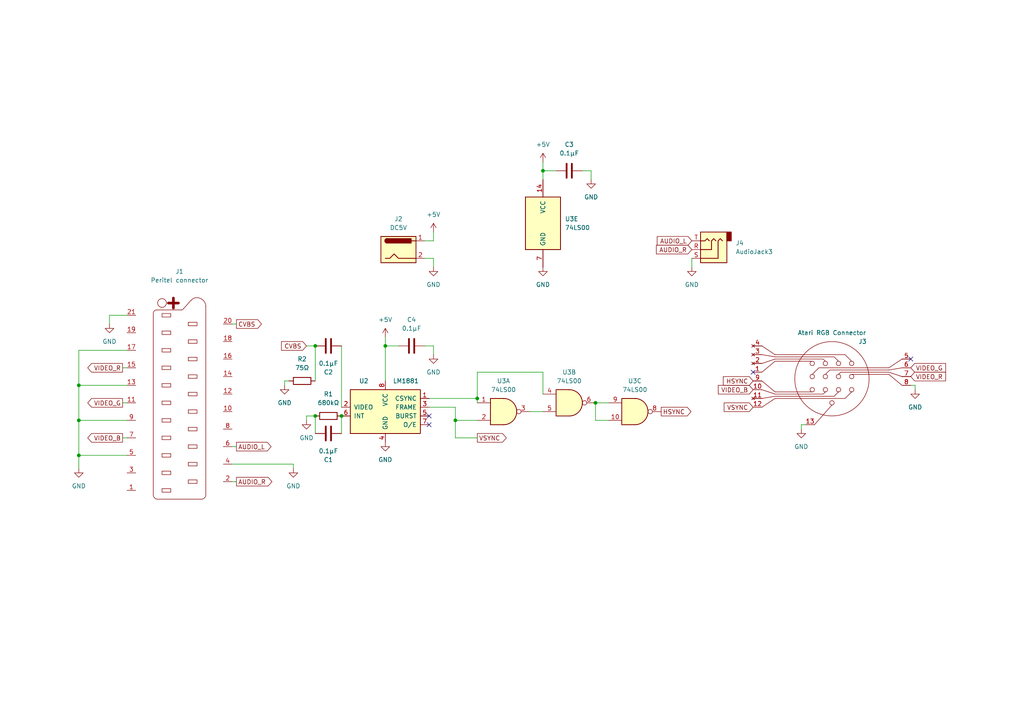
<source format=kicad_sch>
(kicad_sch (version 20230121) (generator eeschema)
  (paper "A4")
  (lib_symbols
    (symbol "74xx:74LS00" (pin_names (offset 1.016))
      (property "Reference" "U" (at 0 1.27 0))
      (property "Value" "74LS00" (at 0 -1.27 0))
      (symbol "74LS00_1_1"
        (arc (start 0 -3.81) (mid 3.7934 0) (end 0 3.81) (stroke (width 0.254)) (fill (type background)))
        (polyline (pts (xy 0 3.81) (xy -3.81 3.81) (xy -3.81 -3.81) (xy 0 -3.81)) (stroke (width 0.254)) (fill (type background)))
        (pin input line (at -7.62 2.54 0) (length 3.81) (name "~") (number "1"))
        (pin input line (at -7.62 -2.54 0) (length 3.81) (name "~") (number "2"))
        (pin output inverted (at 7.62 0 180) (length 3.81) (name "~") (number "3"))
      )
      (symbol "74LS00_1_2"
        (arc (start -3.81 -3.81) (mid -2.589 0) (end -3.81 3.81) (stroke (width 0.254)))
        (arc (start -0.6096 -3.81) (mid 2.1842 -2.5851) (end 3.81 0) (stroke (width 0.254)) (fill (type background)))
        (polyline (pts (xy -3.81 -3.81) (xy -0.635 -3.81)) (stroke (width 0.254)) (fill (type background)))
        (polyline (pts (xy -3.81 3.81) (xy -0.635 3.81)) (stroke (width 0.254)) (fill (type background)))
        (polyline (pts (xy -0.635 3.81) (xy -3.81 3.81) (xy -3.81 3.81) (xy -3.556 3.4036) (xy -3.0226 2.2606) (xy -2.6924 1.0414) (xy -2.6162 -0.254) (xy -2.7686 -1.4986) (xy -3.175 -2.7178) (xy -3.81 -3.81) (xy -3.81 -3.81) (xy -0.635 -3.81)) (stroke (width -25.4)) (fill (type background)))
        (arc (start 3.81 0) (mid 2.1915 2.5936) (end -0.6096 3.81) (stroke (width 0.254)) (fill (type background)))
        (pin input inverted (at -7.62 2.54 0) (length 4.318) (name "~") (number "1"))
        (pin input inverted (at -7.62 -2.54 0) (length 4.318) (name "~") (number "2"))
        (pin output line (at 7.62 0 180) (length 3.81) (name "~") (number "3"))
      )
      (symbol "74LS00_2_1"
        (arc (start 0 -3.81) (mid 3.7934 0) (end 0 3.81) (stroke (width 0.254)) (fill (type background)))
        (polyline (pts (xy 0 3.81) (xy -3.81 3.81) (xy -3.81 -3.81) (xy 0 -3.81)) (stroke (width 0.254)) (fill (type background)))
        (pin input line (at -7.62 2.54 0) (length 3.81) (name "~") (number "4"))
        (pin input line (at -7.62 -2.54 0) (length 3.81) (name "~") (number "5"))
        (pin output inverted (at 7.62 0 180) (length 3.81) (name "~") (number "6"))
      )
      (symbol "74LS00_2_2"
        (arc (start -3.81 -3.81) (mid -2.589 0) (end -3.81 3.81) (stroke (width 0.254)))
        (arc (start -0.6096 -3.81) (mid 2.1842 -2.5851) (end 3.81 0) (stroke (width 0.254)) (fill (type background)))
        (polyline (pts (xy -3.81 -3.81) (xy -0.635 -3.81)) (stroke (width 0.254)) (fill (type background)))
        (polyline (pts (xy -3.81 3.81) (xy -0.635 3.81)) (stroke (width 0.254)) (fill (type background)))
        (polyline (pts (xy -0.635 3.81) (xy -3.81 3.81) (xy -3.81 3.81) (xy -3.556 3.4036) (xy -3.0226 2.2606) (xy -2.6924 1.0414) (xy -2.6162 -0.254) (xy -2.7686 -1.4986) (xy -3.175 -2.7178) (xy -3.81 -3.81) (xy -3.81 -3.81) (xy -0.635 -3.81)) (stroke (width -25.4)) (fill (type background)))
        (arc (start 3.81 0) (mid 2.1915 2.5936) (end -0.6096 3.81) (stroke (width 0.254)) (fill (type background)))
        (pin input inverted (at -7.62 2.54 0) (length 4.318) (name "~") (number "4"))
        (pin input inverted (at -7.62 -2.54 0) (length 4.318) (name "~") (number "5"))
        (pin output line (at 7.62 0 180) (length 3.81) (name "~") (number "6"))
      )
      (symbol "74LS00_3_1"
        (arc (start 0 -3.81) (mid 3.7934 0) (end 0 3.81) (stroke (width 0.254)) (fill (type background)))
        (polyline (pts (xy 0 3.81) (xy -3.81 3.81) (xy -3.81 -3.81) (xy 0 -3.81)) (stroke (width 0.254)) (fill (type background)))
        (pin input line (at -7.62 -2.54 0) (length 3.81) (name "~") (number "10"))
        (pin output inverted (at 7.62 0 180) (length 3.81) (name "~") (number "8"))
        (pin input line (at -7.62 2.54 0) (length 3.81) (name "~") (number "9"))
      )
      (symbol "74LS00_3_2"
        (arc (start -3.81 -3.81) (mid -2.589 0) (end -3.81 3.81) (stroke (width 0.254)))
        (arc (start -0.6096 -3.81) (mid 2.1842 -2.5851) (end 3.81 0) (stroke (width 0.254)) (fill (type background)))
        (polyline (pts (xy -3.81 -3.81) (xy -0.635 -3.81)) (stroke (width 0.254)) (fill (type background)))
        (polyline (pts (xy -3.81 3.81) (xy -0.635 3.81)) (stroke (width 0.254)) (fill (type background)))
        (polyline (pts (xy -0.635 3.81) (xy -3.81 3.81) (xy -3.81 3.81) (xy -3.556 3.4036) (xy -3.0226 2.2606) (xy -2.6924 1.0414) (xy -2.6162 -0.254) (xy -2.7686 -1.4986) (xy -3.175 -2.7178) (xy -3.81 -3.81) (xy -3.81 -3.81) (xy -0.635 -3.81)) (stroke (width -25.4)) (fill (type background)))
        (arc (start 3.81 0) (mid 2.1915 2.5936) (end -0.6096 3.81) (stroke (width 0.254)) (fill (type background)))
        (pin input inverted (at -7.62 -2.54 0) (length 4.318) (name "~") (number "10"))
        (pin output line (at 7.62 0 180) (length 3.81) (name "~") (number "8"))
        (pin input inverted (at -7.62 2.54 0) (length 4.318) (name "~") (number "9"))
      )
      (symbol "74LS00_4_1"
        (arc (start 0 -3.81) (mid 3.7934 0) (end 0 3.81) (stroke (width 0.254)) (fill (type background)))
        (polyline (pts (xy 0 3.81) (xy -3.81 3.81) (xy -3.81 -3.81) (xy 0 -3.81)) (stroke (width 0.254)) (fill (type background)))
        (pin output inverted (at 7.62 0 180) (length 3.81) (name "~") (number "11"))
        (pin input line (at -7.62 2.54 0) (length 3.81) (name "~") (number "12"))
        (pin input line (at -7.62 -2.54 0) (length 3.81) (name "~") (number "13"))
      )
      (symbol "74LS00_4_2"
        (arc (start -3.81 -3.81) (mid -2.589 0) (end -3.81 3.81) (stroke (width 0.254)))
        (arc (start -0.6096 -3.81) (mid 2.1842 -2.5851) (end 3.81 0) (stroke (width 0.254)) (fill (type background)))
        (polyline (pts (xy -3.81 -3.81) (xy -0.635 -3.81)) (stroke (width 0.254)) (fill (type background)))
        (polyline (pts (xy -3.81 3.81) (xy -0.635 3.81)) (stroke (width 0.254)) (fill (type background)))
        (polyline (pts (xy -0.635 3.81) (xy -3.81 3.81) (xy -3.81 3.81) (xy -3.556 3.4036) (xy -3.0226 2.2606) (xy -2.6924 1.0414) (xy -2.6162 -0.254) (xy -2.7686 -1.4986) (xy -3.175 -2.7178) (xy -3.81 -3.81) (xy -3.81 -3.81) (xy -0.635 -3.81)) (stroke (width -25.4)) (fill (type background)))
        (arc (start 3.81 0) (mid 2.1915 2.5936) (end -0.6096 3.81) (stroke (width 0.254)) (fill (type background)))
        (pin output line (at 7.62 0 180) (length 3.81) (name "~") (number "11"))
        (pin input inverted (at -7.62 2.54 0) (length 4.318) (name "~") (number "12"))
        (pin input inverted (at -7.62 -2.54 0) (length 4.318) (name "~") (number "13"))
      )
      (symbol "74LS00_5_0"
        (pin power_in line (at 0 12.7 270) (length 5.08) (name "VCC") (number "14"))
        (pin power_in line (at 0 -12.7 90) (length 5.08) (name "GND") (number "7"))
      )
      (symbol "74LS00_5_1"
        (rectangle (start -5.08 7.62) (end 5.08 -7.62) (stroke (width 0.254)) (fill (type background)))
      )
    )
    (symbol "Connector:Barrel_Jack" (pin_names (offset 1.016))
      (property "Reference" "J" (at 0 5.334 0))
      (property "Value" "Barrel_Jack" (at 0 -5.08 0))
      (symbol "Barrel_Jack_0_1"
        (rectangle (start -5.08 3.81) (end 5.08 -3.81) (stroke (width 0.254)) (fill (type background)))
        (arc (start -3.302 3.175) (mid -3.9343 2.54) (end -3.302 1.905) (stroke (width 0.254)))
        (arc (start -3.302 3.175) (mid -3.9343 2.54) (end -3.302 1.905) (stroke (width 0.254)) (fill (type outline)))
        (polyline (pts (xy 5.08 2.54) (xy 3.81 2.54)) (stroke (width 0.254)))
        (polyline (pts (xy -3.81 -2.54) (xy -2.54 -2.54) (xy -1.27 -1.27) (xy 0 -2.54) (xy 2.54 -2.54) (xy 5.08 -2.54)) (stroke (width 0.254)))
        (rectangle (start 3.683 3.175) (end -3.302 1.905) (stroke (width 0.254)) (fill (type outline)))
      )
      (symbol "Barrel_Jack_1_1"
        (pin passive line (at 7.62 2.54 180) (length 2.54) (name "~") (number "1"))
        (pin passive line (at 7.62 -2.54 180) (length 2.54) (name "~") (number "2"))
      )
    )
    (symbol "Connector:SCART-F" (pin_names (offset 0.762) hide)
      (property "Reference" "J" (at 0 31.75 0))
      (property "Value" "SCART-F" (at 1.016 -29.21 0))
      (symbol "SCART-F_0_1"
        (arc (start -7.62 -26.67) (mid -7.248 -27.568) (end -6.35 -27.94))
        (arc (start -6.604 26.9494) (mid -7.3224 26.6518) (end -7.62 25.9334))
        (rectangle (start -5.08 -24.892) (end -2.54 -25.908))
        (rectangle (start -5.08 -19.812) (end -2.54 -20.828))
        (rectangle (start -5.08 -14.732) (end -2.54 -15.748))
        (rectangle (start -5.08 -9.652) (end -2.54 -10.668))
        (rectangle (start -5.08 -4.572) (end -2.54 -5.588))
        (rectangle (start -5.08 0.508) (end -2.54 -0.508))
        (rectangle (start -5.08 5.588) (end -2.54 4.572))
        (rectangle (start -5.08 10.668) (end -2.54 9.652))
        (rectangle (start -5.08 15.748) (end -2.54 14.732))
        (rectangle (start -5.08 20.828) (end -2.54 19.812))
        (rectangle (start -5.08 25.908) (end -2.54 24.892))
        (circle (center -5.08 28.956) (radius 1.27))
        (polyline (pts (xy -7.62 22.86) (xy -7.62 -26.67)))
        (polyline (pts (xy -7.62 22.86) (xy -7.62 24.13)))
        (polyline (pts (xy -7.62 24.6634) (xy -7.62 24.13)))
        (polyline (pts (xy -7.62 24.6634) (xy -7.62 25.9334)))
        (polyline (pts (xy -6.604 26.9494) (xy 0.508 26.9494)))
        (polyline (pts (xy -6.35 -27.94) (xy 6.35 -27.94)))
        (polyline (pts (xy 3.302 29.718) (xy 1.27 27.432)))
        (polyline (pts (xy 4.826 30.48) (xy 5.08 30.48)))
        (polyline (pts (xy 7.62 -26.67) (xy 7.62 28.2194)))
        (arc (start 0.508 26.924) (mid 0.9569 27.0702) (end 1.2192 27.4574))
        (rectangle (start 2.54 -22.352) (end 5.08 -23.368))
        (rectangle (start 2.54 -17.272) (end 5.08 -18.288))
        (rectangle (start 2.54 -12.192) (end 5.08 -13.208))
        (rectangle (start 2.54 -7.112) (end 5.08 -8.128))
        (rectangle (start 2.54 -2.032) (end 5.08 -3.048))
        (rectangle (start 2.54 3.048) (end 5.08 2.032))
        (rectangle (start 2.54 8.128) (end 5.08 7.112))
        (rectangle (start 2.54 13.208) (end 5.08 12.192))
        (rectangle (start 2.54 18.288) (end 5.08 17.272))
        (rectangle (start 2.54 23.368) (end 5.08 22.352))
        (arc (start 4.826 30.48) (mid 3.999 30.2726) (end 3.3782 29.6926))
        (arc (start 6.35 -27.94) (mid 7.248 -27.568) (end 7.62 -26.67))
        (arc (start 7.62 27.94) (mid 6.8761 29.7361) (end 5.08 30.48))
        (text "+" (at -1.778 29.21 0) (effects (font (size 3.81 3.81) bold)))
      )
      (symbol "SCART-F_1_1"
        (pin passive line (at -15.24 -25.4 0) (length 2.54) (name "P1") (number "1"))
        (pin passive line (at 15.24 -2.54 180) (length 2.54) (name "P10") (number "10"))
        (pin passive line (at -15.24 0 0) (length 2.54) (name "P11") (number "11"))
        (pin passive line (at 15.24 2.54 180) (length 2.54) (name "P12") (number "12"))
        (pin passive line (at -15.24 5.08 0) (length 2.54) (name "P13") (number "13"))
        (pin passive line (at 15.24 7.62 180) (length 2.54) (name "P14") (number "14"))
        (pin passive line (at -15.24 10.16 0) (length 2.54) (name "P15") (number "15"))
        (pin passive line (at 15.24 12.7 180) (length 2.54) (name "P16") (number "16"))
        (pin passive line (at -15.24 15.24 0) (length 2.54) (name "P17") (number "17"))
        (pin passive line (at 15.24 17.78 180) (length 2.54) (name "P18") (number "18"))
        (pin passive line (at -15.24 20.32 0) (length 2.54) (name "P19") (number "19"))
        (pin passive line (at 15.24 -22.86 180) (length 2.54) (name "P2") (number "2"))
        (pin passive line (at 15.24 22.86 180) (length 2.54) (name "P20") (number "20"))
        (pin passive line (at -15.24 25.4 0) (length 2.54) (name "P21") (number "21"))
        (pin passive line (at -15.24 -20.32 0) (length 2.54) (name "P3") (number "3"))
        (pin passive line (at 15.24 -17.78 180) (length 2.54) (name "P4") (number "4"))
        (pin passive line (at -15.24 -15.24 0) (length 2.54) (name "P5") (number "5"))
        (pin passive line (at 15.24 -12.7 180) (length 2.54) (name "P6") (number "6"))
        (pin passive line (at -15.24 -10.16 0) (length 2.54) (name "P7") (number "7"))
        (pin passive line (at 15.24 -7.62 180) (length 2.54) (name "P8") (number "8"))
        (pin passive line (at -15.24 -5.08 0) (length 2.54) (name "P9") (number "9"))
      )
    )
    (symbol "Connector_Audio:AudioJack3"
      (property "Reference" "J" (at 0 8.89 0))
      (property "Value" "AudioJack3" (at 0 6.35 0))
      (symbol "AudioJack3_0_1"
        (rectangle (start -5.08 -5.08) (end -6.35 -2.54) (stroke (width 0.254)) (fill (type outline)))
        (polyline (pts (xy 0 -2.54) (xy 0.635 -3.175) (xy 1.27 -2.54) (xy 2.54 -2.54)) (stroke (width 0.254)))
        (polyline (pts (xy -1.905 -2.54) (xy -1.27 -3.175) (xy -0.635 -2.54) (xy -0.635 0) (xy 2.54 0)) (stroke (width 0.254)))
        (polyline (pts (xy 2.54 2.54) (xy -2.54 2.54) (xy -2.54 -2.54) (xy -3.175 -3.175) (xy -3.81 -2.54)) (stroke (width 0.254)))
        (rectangle (start 2.54 3.81) (end -5.08 -5.08) (stroke (width 0.254)) (fill (type background)))
      )
      (symbol "AudioJack3_1_1"
        (pin passive line (at 5.08 0 180) (length 2.54) (name "~") (number "R"))
        (pin passive line (at 5.08 2.54 180) (length 2.54) (name "~") (number "S"))
        (pin passive line (at 5.08 -2.54 180) (length 2.54) (name "~") (number "T"))
      )
    )
    (symbol "Device:C" (pin_numbers hide) (pin_names (offset 0.254))
      (property "Reference" "C" (at 0.635 2.54 0))
      (property "Value" "C" (at 0.635 -2.54 0))
      (symbol "C_0_1"
        (polyline (pts (xy -2.032 -0.762) (xy 2.032 -0.762)) (stroke (width 0.508)))
        (polyline (pts (xy -2.032 0.762) (xy 2.032 0.762)) (stroke (width 0.508)))
      )
      (symbol "C_1_1"
        (pin passive line (at 0 3.81 270) (length 2.794) (name "~") (number "1"))
        (pin passive line (at 0 -3.81 90) (length 2.794) (name "~") (number "2"))
      )
    )
    (symbol "Device:R" (pin_numbers hide) (pin_names (offset 0))
      (property "Reference" "R" (at 2.032 0 90))
      (property "Value" "R" (at 0 0 90))
      (symbol "R_0_1"
        (rectangle (start -1.016 -2.54) (end 1.016 2.54) (stroke (width 0.254)))
      )
      (symbol "R_1_1"
        (pin passive line (at 0 3.81 270) (length 1.27) (name "~") (number "1"))
        (pin passive line (at 0 -3.81 90) (length 1.27) (name "~") (number "2"))
      )
    )
    (symbol "Video:LM1881" (pin_names (offset 1.016))
      (property "Reference" "U" (at -8.89 8.89 0))
      (property "Value" "LM1881" (at 6.35 8.89 0))
      (symbol "LM1881_0_1"
        (rectangle (start -10.16 7.62) (end 10.16 -5.08) (stroke (width 0.254)) (fill (type background)))
      )
      (symbol "LM1881_1_1"
        (pin output line (at 12.7 5.08 180) (length 2.54) (name "CSYNC") (number "1"))
        (pin input line (at -12.7 2.54 0) (length 2.54) (name "VIDEO") (number "2"))
        (pin output line (at 12.7 2.54 180) (length 2.54) (name "FRAME") (number "3"))
        (pin power_in line (at 0 -7.62 90) (length 2.54) (name "GND") (number "4"))
        (pin output line (at 12.7 0 180) (length 2.54) (name "BURST") (number "5"))
        (pin input line (at -12.7 0 0) (length 2.54) (name "INT") (number "6"))
        (pin output line (at 12.7 -2.54 180) (length 2.54) (name "O/E") (number "7"))
        (pin power_in line (at 0 10.16 270) (length 2.54) (name "VCC") (number "8"))
      )
    )
    (symbol "power:+5V" (power) (pin_names (offset 0))
      (property "Value" "+5V" (at 0 3.556 0))
      (symbol "+5V_0_1"
        (polyline (pts (xy -0.762 1.27) (xy 0 2.54)))
        (polyline (pts (xy 0 0) (xy 0 2.54)))
        (polyline (pts (xy 0 2.54) (xy 0.762 1.27)))
      )
      (symbol "+5V_1_1"
        (pin power_in line (at 0 0 90) (length 0) hide (name "+5V") (number "1"))
      )
    )
    (symbol "power:GND" (power) (pin_names (offset 0))
      (property "Value" "GND" (at 0 -3.81 0))
      (symbol "GND_0_1"
        (polyline (pts (xy 0 0) (xy 0 -1.27) (xy 1.27 -1.27) (xy 0 -2.54) (xy -1.27 -1.27) (xy 0 -1.27)))
      )
      (symbol "GND_1_1"
        (pin power_in line (at 0 0 270) (length 0) hide (name "GND") (number "1"))
      )
    )
    (symbol "sc1224-scart:DIN-13"
      (property "Reference" "U" (at 0 -14.605 0))
      (property "Value" "DIN-13" (at 0 -12.7 0))
      (symbol "DIN-13_0_1"
        (circle (center -5.715 -5.08) (radius 0.635))
        (circle (center -5.715 -1.27) (radius 0.635))
        (circle (center -5.715 2.54) (radius 0.635))
        (circle (center -1.905 -5.08) (radius 0.635))
        (circle (center -1.905 -1.27) (radius 0.635))
        (circle (center -1.905 2.54) (radius 0.635))
        (circle (center 0 -0.635) (radius 10.7763))
        (polyline (pts (xy -20.32 -3.81) (xy -16.51 -3.175)))
        (polyline (pts (xy -20.32 -1.27) (xy -16.51 -2.54)))
        (polyline (pts (xy -20.32 1.27) (xy -16.51 -1.905)))
        (polyline (pts (xy -16.51 -3.81) (xy -20.32 -6.35)))
        (polyline (pts (xy -5.715 -1.905) (xy -16.51 -1.905)))
        (polyline (pts (xy 5.08 12.7) (xy 0 6.985)))
        (polyline (pts (xy 5.715 -5.715) (xy 16.51 -5.715)))
        (polyline (pts (xy 5.715 3.175) (xy 16.51 3.175)))
        (polyline (pts (xy 16.51 -7.62) (xy 20.32 -10.16)))
        (polyline (pts (xy 16.51 5.08) (xy 20.32 7.62)))
        (polyline (pts (xy 20.32 -7.62) (xy 16.51 -6.985)))
        (polyline (pts (xy 20.32 -5.08) (xy 16.51 -6.35)))
        (polyline (pts (xy 20.32 -2.54) (xy 16.51 -5.715)))
        (polyline (pts (xy 20.32 0) (xy 16.51 3.175)))
        (polyline (pts (xy 20.32 2.54) (xy 16.51 3.81)))
        (polyline (pts (xy 20.32 5.08) (xy 16.51 4.445)))
        (polyline (pts (xy -5.715 -5.715) (xy -3.81 -7.62) (xy 16.51 -7.62)))
        (polyline (pts (xy -5.715 3.175) (xy -3.81 5.08) (xy 16.51 5.08)))
        (polyline (pts (xy -1.905 -5.715) (xy -0.635 -6.985) (xy 16.51 -6.985)))
        (polyline (pts (xy -1.905 -1.905) (xy -2.54 -2.54) (xy -16.51 -2.54)))
        (polyline (pts (xy -1.905 3.175) (xy -0.635 4.445) (xy 16.51 4.445)))
        (polyline (pts (xy 1.905 -5.715) (xy 2.54 -6.35) (xy 16.51 -6.35)))
        (polyline (pts (xy 1.905 -1.905) (xy 0.635 -3.175) (xy -16.51 -3.175)))
        (polyline (pts (xy 1.905 3.175) (xy 2.54 3.81) (xy 16.51 3.81)))
        (polyline (pts (xy 5.715 -1.905) (xy 3.81 -3.81) (xy -16.51 -3.81)))
        (circle (center 0 6.35) (radius 0.635))
        (circle (center 1.905 -5.08) (radius 0.635))
        (circle (center 1.905 -1.27) (radius 0.635))
        (circle (center 1.905 2.54) (radius 0.635))
        (circle (center 5.715 -5.08) (radius 0.635))
        (circle (center 5.715 -1.27) (radius 0.635))
        (circle (center 5.715 2.54) (radius 0.635))
      )
      (symbol "DIN-13_1_1"
        (pin input line (at 22.86 -2.54 180) (length 2.54) (name "") (number "1"))
        (pin input line (at 22.86 2.54 180) (length 2.54) (name "") (number "10"))
        (pin no_connect line (at 22.86 5.08 180) (length 2.54) (name "") (number "11"))
        (pin input line (at 22.86 7.62 180) (length 2.54) (name "") (number "12"))
        (pin power_in line (at 7.62 12.7 180) (length 2.54) (name "") (number "13"))
        (pin no_connect line (at 22.86 -5.08 180) (length 2.54) (name "") (number "2"))
        (pin no_connect line (at 22.86 -7.62 180) (length 2.54) (name "") (number "3"))
        (pin no_connect line (at 22.86 -10.16 180) (length 2.54) (name "") (number "4"))
        (pin power_in line (at -22.86 -6.35 0) (length 2.54) (name "") (number "5"))
        (pin input line (at -22.86 -3.81 0) (length 2.54) (name "") (number "6"))
        (pin input line (at -22.86 -1.27 0) (length 2.54) (name "") (number "7"))
        (pin power_in line (at -22.86 1.27 0) (length 2.54) (name "") (number "8"))
        (pin input line (at 22.86 0 180) (length 2.54) (name "") (number "9"))
      )
    )
  )
  (junction (at 99.06 120.65))
  (junction (at 91.44 100.33))
  (junction (at 22.86 121.92))
  (junction (at 22.86 111.76))
  (junction (at 22.86 132.08))
  (junction (at 138.43 115.57))
  (junction (at 111.76 100.33))
  (junction (at 91.44 120.65))
  (junction (at 132.08 121.92))
  (junction (at 172.72 116.84))
  (junction (at 157.48 49.53))
  (no_connect (at 218.44 107.95))
  (no_connect (at 124.46 123.19))
  (no_connect (at 264.16 104.14))
  (no_connect (at 124.46 120.65))
  (wire (pts (xy 31.75 93.98) (xy 31.75 91.44)))
  (wire (pts (xy 123.19 74.93) (xy 125.73 74.93)))
  (wire (pts (xy 22.86 111.76) (xy 22.86 121.92)))
  (wire (pts (xy 138.43 107.95) (xy 157.48 107.95)))
  (wire (pts (xy 22.86 121.92) (xy 36.83 121.92)))
  (wire (pts (xy 153.67 119.38) (xy 157.48 119.38)))
  (wire (pts (xy 88.9 120.65) (xy 91.44 120.65)))
  (wire (pts (xy 111.76 100.33) (xy 111.76 110.49)))
  (wire (pts (xy 232.41 124.46) (xy 232.41 123.19)))
  (wire (pts (xy 85.09 134.62) (xy 67.31 134.62)))
  (wire (pts (xy 125.73 100.33) (xy 125.73 102.87)))
  (wire (pts (xy 172.72 121.92) (xy 176.53 121.92)))
  (wire (pts (xy 68.58 129.54) (xy 67.31 129.54)))
  (wire (pts (xy 115.57 100.33) (xy 111.76 100.33)))
  (wire (pts (xy 22.86 132.08) (xy 22.86 135.89)))
  (wire (pts (xy 132.08 121.92) (xy 138.43 121.92)))
  (wire (pts (xy 138.43 115.57) (xy 138.43 116.84)))
  (wire (pts (xy 111.76 97.79) (xy 111.76 100.33)))
  (wire (pts (xy 35.56 127) (xy 36.83 127)))
  (wire (pts (xy 132.08 118.11) (xy 132.08 121.92)))
  (wire (pts (xy 68.58 139.7) (xy 67.31 139.7)))
  (wire (pts (xy 31.75 91.44) (xy 36.83 91.44)))
  (wire (pts (xy 124.46 115.57) (xy 138.43 115.57)))
  (wire (pts (xy 172.72 116.84) (xy 172.72 121.92)))
  (wire (pts (xy 265.43 111.76) (xy 264.16 111.76)))
  (wire (pts (xy 124.46 118.11) (xy 132.08 118.11)))
  (wire (pts (xy 99.06 100.33) (xy 99.06 118.11)))
  (wire (pts (xy 22.86 121.92) (xy 22.86 132.08)))
  (wire (pts (xy 35.56 116.84) (xy 36.83 116.84)))
  (wire (pts (xy 132.08 121.92) (xy 132.08 127)))
  (wire (pts (xy 99.06 120.65) (xy 99.06 125.73)))
  (wire (pts (xy 88.9 100.33) (xy 91.44 100.33)))
  (wire (pts (xy 91.44 120.65) (xy 91.44 125.73)))
  (wire (pts (xy 265.43 111.76) (xy 265.43 113.03)))
  (wire (pts (xy 125.73 69.85) (xy 125.73 67.31)))
  (wire (pts (xy 82.55 111.76) (xy 82.55 110.49)))
  (wire (pts (xy 68.58 93.98) (xy 67.31 93.98)))
  (wire (pts (xy 172.72 116.84) (xy 176.53 116.84)))
  (wire (pts (xy 22.86 132.08) (xy 36.83 132.08)))
  (wire (pts (xy 157.48 107.95) (xy 157.48 114.3)))
  (wire (pts (xy 171.45 49.53) (xy 168.91 49.53)))
  (wire (pts (xy 161.29 49.53) (xy 157.48 49.53)))
  (wire (pts (xy 132.08 127) (xy 138.43 127)))
  (wire (pts (xy 22.86 111.76) (xy 36.83 111.76)))
  (wire (pts (xy 22.86 101.6) (xy 36.83 101.6)))
  (wire (pts (xy 200.66 77.47) (xy 200.66 74.93)))
  (wire (pts (xy 232.41 123.19) (xy 233.68 123.19)))
  (wire (pts (xy 88.9 121.92) (xy 88.9 120.65)))
  (wire (pts (xy 35.56 106.68) (xy 36.83 106.68)))
  (wire (pts (xy 138.43 115.57) (xy 138.43 107.95)))
  (wire (pts (xy 85.09 135.89) (xy 85.09 134.62)))
  (wire (pts (xy 125.73 74.93) (xy 125.73 77.47)))
  (wire (pts (xy 171.45 49.53) (xy 171.45 52.07)))
  (wire (pts (xy 91.44 100.33) (xy 91.44 110.49)))
  (wire (pts (xy 157.48 46.99) (xy 157.48 49.53)))
  (wire (pts (xy 157.48 49.53) (xy 157.48 52.07)))
  (wire (pts (xy 82.55 110.49) (xy 83.82 110.49)))
  (wire (pts (xy 125.73 100.33) (xy 123.19 100.33)))
  (wire (pts (xy 22.86 101.6) (xy 22.86 111.76)))
  (wire (pts (xy 123.19 69.85) (xy 125.73 69.85)))
  (global_label "VIDEO_R" (shape output) (at 35.56 106.68 180) (property "Intersheetrefs" "${INTERSHEET_REFS}" (effects hide)))
  (global_label "CVBS" (shape input) (at 88.9 100.33 180) (property "Intersheetrefs" "${INTERSHEET_REFS}" (effects hide)))
  (global_label "CVBS" (shape output) (at 68.58 93.98 0) (property "Intersheetrefs" "${INTERSHEET_REFS}" (effects hide)))
  (global_label "VIDEO_G" (shape output) (at 35.56 116.84 180) (property "Intersheetrefs" "${INTERSHEET_REFS}" (effects hide)))
  (global_label "VIDEO_G" (shape input) (at 264.16 106.68 0) (property "Intersheetrefs" "${INTERSHEET_REFS}" (effects hide)))
  (global_label "HSYNC" (shape output) (at 191.77 119.38 0) (property "Intersheetrefs" "${INTERSHEET_REFS}" (effects hide)))
  (global_label "AUDIO_R" (shape input) (at 200.66 72.39 180) (property "Intersheetrefs" "${INTERSHEET_REFS}" (effects hide)))
  (global_label "VSYNC" (shape input) (at 218.44 118.11 180) (property "Intersheetrefs" "${INTERSHEET_REFS}" (effects hide)))
  (global_label "AUDIO_R" (shape output) (at 68.58 139.7 0) (property "Intersheetrefs" "${INTERSHEET_REFS}" (effects hide)))
  (global_label "VIDEO_B" (shape input) (at 218.44 113.03 180) (property "Intersheetrefs" "${INTERSHEET_REFS}" (effects hide)))
  (global_label "AUDIO_L" (shape input) (at 200.66 69.85 180) (property "Intersheetrefs" "${INTERSHEET_REFS}" (effects hide)))
  (global_label "VIDEO_R" (shape input) (at 264.16 109.22 0) (property "Intersheetrefs" "${INTERSHEET_REFS}" (effects hide)))
  (global_label "VSYNC" (shape output) (at 138.43 127 0) (property "Intersheetrefs" "${INTERSHEET_REFS}" (effects hide)))
  (global_label "VIDEO_B" (shape output) (at 35.56 127 180) (property "Intersheetrefs" "${INTERSHEET_REFS}" (effects hide)))
  (global_label "AUDIO_L" (shape output) (at 68.58 129.54 0) (property "Intersheetrefs" "${INTERSHEET_REFS}" (effects hide)))
  (global_label "HSYNC" (shape input) (at 218.44 110.49 180) (property "Intersheetrefs" "${INTERSHEET_REFS}" (effects hide)))
  (symbol (lib_id "Device:C") (at 95.25 100.33 90) (unit 1)
    (property "Reference" "C2" (at 95.25 107.95 90))
    (property "Value" "0.1µF" (at 95.25 105.41 90))
    (property "Footprint" "Capacitor_THT:C_Disc_D3.0mm_W1.6mm_P2.50mm" (effects hide))
  )
  (symbol (lib_id "Device:C") (at 95.25 125.73 90) (unit 1)
    (property "Reference" "C1" (at 95.25 133.35 90))
    (property "Value" "0.1µF" (at 95.25 130.81 90))
    (property "Footprint" "Capacitor_THT:C_Disc_D3.0mm_W1.6mm_P2.50mm" (effects hide))
  )
  (symbol (lib_id "power:GND") (at 85.09 135.89 0) (unit 1)
    (property "Reference" "#PWR013" (effects hide))
    (property "Value" "GND" (at 85.09 140.97 0))
  )
  (symbol (lib_id "Device:R") (at 95.25 120.65 90) (unit 1)
    (property "Reference" "R1" (at 95.25 114.3 90))
    (property "Value" "680kΩ" (at 95.25 116.84 90))
    (property "Footprint" "Resistor_THT:R_Axial_DIN0204_L3.6mm_D1.6mm_P5.08mm_Horizontal" (effects hide))
  )
  (symbol (lib_id "74xx:74LS00") (at 184.15 119.38 0) (unit 3)
    (property "Reference" "U3" (at 184.1417 110.49 0))
    (property "Value" "74LS00" (at 184.1417 113.03 0))
    (property "Footprint" "Package_DIP:DIP-14_W7.62mm" (effects hide))
    (property "Datasheet" "http://www.ti.com/lit/gpn/sn74ls00" (effects hide))
  )
  (symbol (lib_id "power:GND") (at 31.75 93.98 0) (unit 1)
    (property "Reference" "#PWR014" (effects hide))
    (property "Value" "GND" (at 31.75 99.06 0))
  )
  (symbol (lib_id "power:GND") (at 157.48 77.47 0) (unit 1)
    (property "Reference" "#PWR05" (effects hide))
    (property "Value" "GND" (at 157.48 82.55 0))
  )
  (symbol (lib_id "power:GND") (at 125.73 77.47 0) (unit 1)
    (property "Reference" "#PWR015" (effects hide))
    (property "Value" "GND" (at 125.73 82.55 0))
  )
  (symbol (lib_id "Device:R") (at 87.63 110.49 90) (unit 1)
    (property "Reference" "R2" (at 87.63 104.14 90))
    (property "Value" "75Ω" (at 87.63 106.68 90))
    (property "Footprint" "Resistor_THT:R_Axial_DIN0204_L3.6mm_D1.6mm_P5.08mm_Horizontal" (effects hide))
  )
  (symbol (lib_id "Device:C") (at 119.38 100.33 90) (unit 1)
    (property "Reference" "C4" (at 119.38 92.71 90))
    (property "Value" "0.1µF" (at 119.38 95.25 90))
    (property "Footprint" "Capacitor_THT:C_Disc_D3.0mm_W1.6mm_P2.50mm" (effects hide))
  )
  (symbol (lib_id "74xx:74LS00") (at 157.48 64.77 0) (unit 5)
    (property "Reference" "U3" (at 163.83 63.5 0) (effects (justify left)))
    (property "Value" "74LS00" (at 163.83 66.04 0) (effects (justify left)))
    (property "Footprint" "Package_DIP:DIP-14_W7.62mm" (effects hide))
    (property "Datasheet" "http://www.ti.com/lit/gpn/sn74ls00" (effects hide))
  )
  (symbol (lib_id "Connector:Barrel_Jack") (at 115.57 72.39 0) (unit 1)
    (property "Reference" "J2" (at 115.57 63.5 0))
    (property "Value" "DC5V" (at 115.57 66.04 0))
    (property "Footprint" "Connector_BarrelJack:BarrelJack_Wuerth_6941xx301002" (effects hide))
  )
  (symbol (lib_id "power:GND") (at 111.76 128.27 0) (unit 1)
    (property "Reference" "#PWR09" (effects hide))
    (property "Value" "GND" (at 111.76 133.35 0))
  )
  (symbol (lib_id "Connector_Audio:AudioJack3") (at 205.74 72.39 180) (unit 1)
    (property "Reference" "J4" (at 213.36 70.485 0) (effects (justify right)))
    (property "Value" "AudioJack3" (at 213.36 73.025 0) (effects (justify right)))
    (property "Footprint" "Connector_Audio:Jack_3.5mm_CUI_SJ1-3523N_Horizontal" (effects hide))
  )
  (symbol (lib_id "power:+5V") (at 157.48 46.99 0) (unit 1)
    (property "Reference" "#PWR07" (effects hide))
    (property "Value" "+5V" (at 157.48 41.91 0))
  )
  (symbol (lib_id "power:+5V") (at 111.76 97.79 0) (unit 1)
    (property "Reference" "#PWR06" (effects hide))
    (property "Value" "+5V" (at 111.76 92.71 0))
  )
  (symbol (lib_id "power:GND") (at 125.73 102.87 0) (unit 1)
    (property "Reference" "#PWR08" (effects hide))
    (property "Value" "GND" (at 125.73 107.95 0))
  )
  (symbol (lib_id "74xx:74LS00") (at 165.1 116.84 0) (unit 2)
    (property "Reference" "U3" (at 165.0917 107.95 0))
    (property "Value" "74LS00" (at 165.0917 110.49 0))
    (property "Footprint" "Package_DIP:DIP-14_W7.62mm" (effects hide))
    (property "Datasheet" "http://www.ti.com/lit/gpn/sn74ls00" (effects hide))
  )
  (symbol (lib_id "power:GND") (at 265.43 113.03 0) (unit 1)
    (property "Reference" "#PWR02" (effects hide))
    (property "Value" "GND" (at 265.43 118.11 0))
  )
  (symbol (lib_id "power:GND") (at 82.55 111.76 0) (unit 1)
    (property "Reference" "#PWR011" (effects hide))
    (property "Value" "GND" (at 82.55 116.84 0))
  )
  (symbol (lib_id "Video:LM1881") (at 111.76 120.65 0) (unit 1)
    (property "Reference" "U2" (at 104.14 110.49 0) (effects (justify left)))
    (property "Value" "LM1881" (at 113.9541 110.49 0) (effects (justify left)))
    (property "Footprint" "Package_SO:SOIC-8_3.9x4.9mm_P1.27mm" (effects hide))
  )
  (symbol (lib_id "74xx:74LS00") (at 146.05 119.38 0) (unit 1)
    (property "Reference" "U3" (at 146.0417 110.49 0))
    (property "Value" "74LS00" (at 146.0417 113.03 0))
    (property "Footprint" "Package_DIP:DIP-14_W7.62mm" (effects hide))
    (property "Datasheet" "http://www.ti.com/lit/gpn/sn74ls00" (effects hide))
  )
  (symbol (lib_id "Connector:SCART-F") (at 52.07 116.84 0) (unit 1)
    (property "Reference" "J1" (at 52.07 78.74 0))
    (property "Value" "Peritel connector" (at 52.07 81.28 0))
    (property "Footprint" "sc1224-scart:SCART" (effects hide))
    (property "Datasheet" " ~" (effects hide))
  )
  (symbol (lib_id "power:GND") (at 88.9 121.92 0) (unit 1)
    (property "Reference" "#PWR010" (effects hide))
    (property "Value" "GND" (at 88.9 127 0))
  )
  (symbol (lib_id "Device:C") (at 165.1 49.53 90) (unit 1)
    (property "Reference" "C3" (at 165.1 41.91 90))
    (property "Value" "0.1µF" (at 165.1 44.45 90))
    (property "Footprint" "Capacitor_THT:C_Disc_D3.0mm_W1.6mm_P2.50mm" (effects hide))
  )
  (symbol (lib_id "sc1224-scart:DIN-13") (at 241.3 110.49 180) (unit 1)
    (property "Reference" "J3" (at 250.19 99.06 0))
    (property "Value" "Atari RGB Connector" (at 241.3 96.52 0))
    (property "Footprint" "sc1224-scart:DIN-13" (effects hide))
  )
  (symbol (lib_id "power:GND") (at 232.41 124.46 0) (unit 1)
    (property "Reference" "#PWR01" (effects hide))
    (property "Value" "GND" (at 232.41 129.54 0))
  )
  (symbol (lib_id "power:GND") (at 171.45 52.07 0) (unit 1)
    (property "Reference" "#PWR04" (effects hide))
    (property "Value" "GND" (at 171.45 57.15 0))
  )
  (symbol (lib_id "power:+5V") (at 125.73 67.31 0) (unit 1)
    (property "Reference" "#PWR03" (effects hide))
    (property "Value" "+5V" (at 125.73 62.23 0))
  )
  (symbol (lib_id "power:GND") (at 200.66 77.47 0) (unit 1)
    (property "Reference" "#PWR016" (effects hide))
    (property "Value" "GND" (at 200.66 82.55 0))
  )
  (symbol (lib_id "power:GND") (at 22.86 135.89 0) (unit 1)
    (property "Reference" "#PWR012" (effects hide))
    (property "Value" "GND" (at 22.86 140.97 0))
  )
)
</source>
